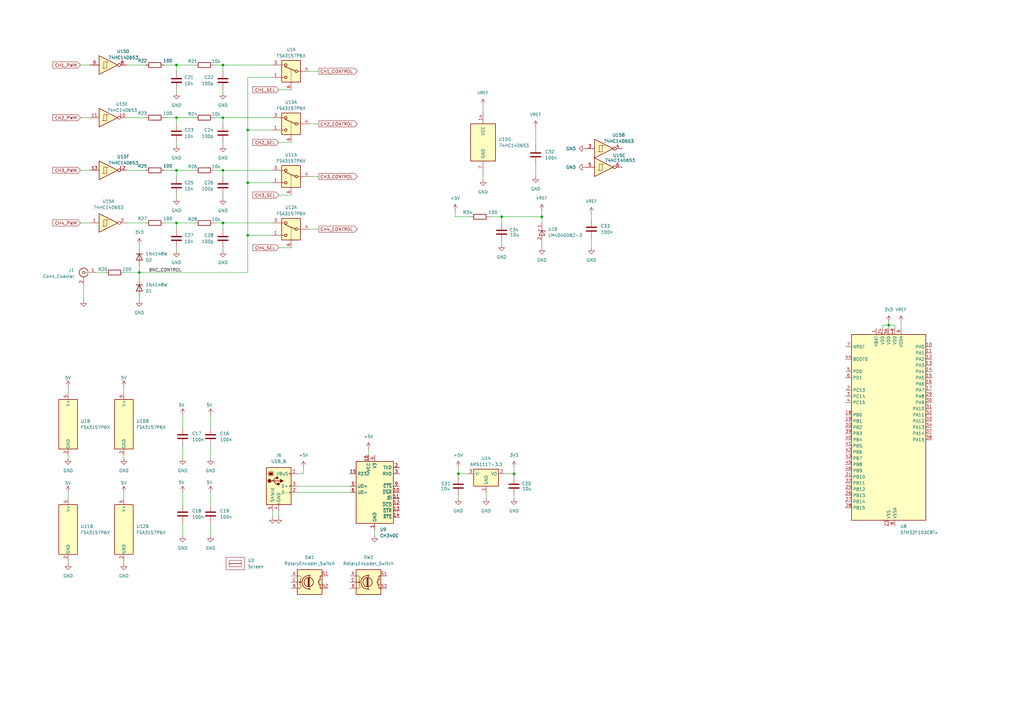
<source format=kicad_sch>
(kicad_sch (version 20250114) (generator "eeschema") (generator_version "9.0")
  (paper "A3")
  (lib_symbols
    (symbol "74xx:74HC14" (pin_names (offset 1.016))
      (property "Reference" "U" (at 0 1.27 0))
      (property "Value" "74HC14" (at 0 -1.27 0))
      (symbol "74HC14_1_0"
        (pin input line (at -7.62 0 0) (length 3.81) (name "~") (number "1"))
        (pin output inverted (at 7.62 0 180) (length 3.81) (name "~") (number "2"))
      )
      (symbol "74HC14_2_0"
        (pin input line (at -7.62 0 0) (length 3.81) (name "~") (number "3"))
        (pin output inverted (at 7.62 0 180) (length 3.81) (name "~") (number "4"))
      )
      (symbol "74HC14_3_0"
        (pin input line (at -7.62 0 0) (length 3.81) (name "~") (number "5"))
        (pin output inverted (at 7.62 0 180) (length 3.81) (name "~") (number "6"))
      )
      (symbol "74HC14_4_0"
        (pin input line (at -7.62 0 0) (length 3.81) (name "~") (number "9"))
        (pin output inverted (at 7.62 0 180) (length 3.81) (name "~") (number "8"))
      )
      (symbol "74HC14_5_0"
        (pin input line (at -7.62 0 0) (length 3.81) (name "~") (number "11"))
        (pin output inverted (at 7.62 0 180) (length 3.81) (name "~") (number "10"))
      )
      (symbol "74HC14_6_0"
        (pin input line (at -7.62 0 0) (length 3.81) (name "~") (number "13"))
        (pin output inverted (at 7.62 0 180) (length 3.81) (name "~") (number "12"))
      )
      (symbol "74HC14_7_0"
        (pin power_in line (at 0 12.7 270) (length 5.08) (name "VCC") (number "14"))
        (pin power_in line (at 0 -12.7 90) (length 5.08) (name "GND") (number "7"))
      )
    )
    (symbol "Analog_Switch:FSA3157P6X" (pin_names (offset 0.127))
      (property "Reference" "U" (at -3.175 7.493 0))
      (property "Value" "FSA3157P6X" (at -3.175 5.715 0))
      (symbol "FSA3157P6X_1_1"
        (pin passive line (at -7.62 0 0) (length 2.54) (name "~") (number "4"))
        (pin input line (at 0 -7.62 90) (length 2.54) (name "~") (number "6"))
        (pin passive line (at 7.62 2.54 180) (length 2.54) (name "~") (number "3"))
        (pin passive line (at 7.62 -2.54 180) (length 2.54) (name "~") (number "1"))
      )
      (symbol "FSA3157P6X_2_0"
        (pin power_in line (at 0 12.7 270) (length 2.54) (name "V+") (number "5"))
        (pin power_in line (at 0 -12.7 90) (length 2.54) (name "GND") (number "2"))
      )
    )
    (symbol "Connector:Conn_Coaxial" (pin_names (offset 1.016) (hide yes))
      (property "Reference" "J" (at 0.254 3.048 0))
      (property "Value" "Conn_Coaxial" (at 2.921 0 90))
      (symbol "Conn_Coaxial_1_1"
        (pin passive line (at -5.08 0 0) (length 2.54) (name "In") (number "1"))
        (pin passive line (at 0 -5.08 90) (length 2.54) (name "Ext") (number "2"))
      )
    )
    (symbol "Connector:USB_B" (pin_names (offset 1.016))
      (property "Reference" "J" (at -5.08 11.43 0))
      (property "Value" "USB_B" (at -5.08 8.89 0))
      (symbol "USB_B_1_1"
        (pin passive line (at -2.54 -10.16 90) (length 2.54) (name "Shield") (number "5"))
        (pin power_out line (at 0 -10.16 90) (length 2.54) (name "GND") (number "4"))
        (pin power_out line (at 7.62 5.08 180) (length 2.54) (name "VBUS") (number "1"))
        (pin bidirectional line (at 7.62 0 180) (length 2.54) (name "D+") (number "3"))
        (pin bidirectional line (at 7.62 -2.54 180) (length 2.54) (name "D-") (number "2"))
      )
    )
    (symbol "DC_load:2x16_screen"
      (property "Reference" "U" (at 0 0 0))
    )
    (symbol "Device:C" (pin_numbers (hide yes)) (pin_names (offset 0.254))
      (property "Reference" "C" (at 0.635 2.54 0))
      (property "Value" "C" (at 0.635 -2.54 0))
      (symbol "C_1_1"
        (pin passive line (at 0 3.81 270) (length 2.794) (name "~") (number "1"))
        (pin passive line (at 0 -3.81 90) (length 2.794) (name "~") (number "2"))
      )
    )
    (symbol "Device:R" (pin_numbers (hide yes)) (pin_names (offset 0))
      (property "Reference" "R" (at 2.032 0 90))
      (property "Value" "R" (at 0 0 90))
      (symbol "R_1_1"
        (pin passive line (at 0 3.81 270) (length 1.27) (name "~") (number "1"))
        (pin passive line (at 0 -3.81 90) (length 1.27) (name "~") (number "2"))
      )
    )
    (symbol "Device:RotaryEncoder_Switch" (pin_names (offset 0.254) (hide yes))
      (property "Reference" "SW" (at 0 6.604 0))
      (property "Value" "RotaryEncoder_Switch" (at 0 -6.604 0))
      (symbol "RotaryEncoder_Switch_1_1"
        (pin passive line (at -7.62 2.54 0) (length 2.54) (name "A") (number "A"))
        (pin passive line (at -7.62 0 0) (length 2.54) (name "C") (number "C"))
        (pin passive line (at -7.62 -2.54 0) (length 2.54) (name "B") (number "B"))
        (pin passive line (at 7.62 2.54 180) (length 2.54) (name "S1") (number "S1"))
        (pin passive line (at 7.62 -2.54 180) (length 2.54) (name "S2") (number "S2"))
      )
    )
    (symbol "Diode:1N4148W" (pin_numbers (hide yes)) (pin_names (hide yes))
      (property "Reference" "D" (at 0 2.54 0))
      (property "Value" "1N4148W" (at 0 -2.54 0))
      (symbol "1N4148W_1_1"
        (pin passive line (at -3.81 0 0) (length 2.54) (name "K") (number "1"))
        (pin passive line (at 3.81 0 180) (length 2.54) (name "A") (number "2"))
      )
    )
    (symbol "Interface_USB:CH340C"
      (property "Reference" "U" (at -5.08 13.97 0))
      (property "Value" "CH340C" (at 1.27 13.97 0))
      (symbol "CH340C_1_1"
        (pin input line (at -10.16 7.62 0) (length 2.54) (name "R232") (number "15"))
        (pin bidirectional line (at -10.16 2.54 0) (length 2.54) (name "UD+") (number "5"))
        (pin bidirectional line (at -10.16 0 0) (length 2.54) (name "UD-") (number "6"))
        (pin no_connect line (at -7.62 -5.08 0) (length 2.54) (hide yes) (name "NC") (number "7"))
        (pin no_connect line (at -7.62 -7.62 0) (length 2.54) (hide yes) (name "NC") (number "8"))
        (pin power_in line (at -2.54 15.24 270) (length 2.54) (name "VCC") (number "16"))
        (pin power_out line (at 0 15.24 270) (length 2.54) (name "V3") (number "4"))
        (pin power_in line (at 0 -15.24 90) (length 2.54) (name "GND") (number "1"))
        (pin output line (at 10.16 10.16 180) (length 2.54) (name "TXD") (number "2"))
        (pin input line (at 10.16 7.62 180) (length 2.54) (name "RXD") (number "3"))
        (pin input line (at 10.16 2.54 180) (length 2.54) (name "~{CTS}") (number "9"))
        (pin input line (at 10.16 0 180) (length 2.54) (name "~{DSR}") (number "10"))
        (pin input line (at 10.16 -2.54 180) (length 2.54) (name "~{RI}") (number "11"))
        (pin input line (at 10.16 -5.08 180) (length 2.54) (name "~{DCD}") (number "12"))
        (pin output line (at 10.16 -7.62 180) (length 2.54) (name "~{DTR}") (number "13"))
        (pin output line (at 10.16 -10.16 180) (length 2.54) (name "~{RTS}") (number "14"))
      )
    )
    (symbol "MCU_ST_STM32F1:STM32F103C8Tx"
      (property "Reference" "U" (at -15.24 39.37 0))
      (property "Value" "STM32F103C8Tx" (at 7.62 39.37 0))
      (symbol "STM32F103C8Tx_1_1"
        (pin input line (at -17.78 33.02 0) (length 2.54) (name "NRST") (number "7"))
        (pin input line (at -17.78 27.94 0) (length 2.54) (name "BOOT0") (number "44"))
        (pin bidirectional line (at -17.78 22.86 0) (length 2.54) (name "PD0") (number "5"))
        (pin bidirectional line (at -17.78 20.32 0) (length 2.54) (name "PD1") (number "6"))
        (pin bidirectional line (at -17.78 15.24 0) (length 2.54) (name "PC13") (number "2"))
        (pin bidirectional line (at -17.78 12.7 0) (length 2.54) (name "PC14") (number "3"))
        (pin bidirectional line (at -17.78 10.16 0) (length 2.54) (name "PC15") (number "4"))
        (pin bidirectional line (at -17.78 5.08 0) (length 2.54) (name "PB0") (number "18"))
        (pin bidirectional line (at -17.78 2.54 0) (length 2.54) (name "PB1") (number "19"))
        (pin bidirectional line (at -17.78 0 0) (length 2.54) (name "PB2") (number "20"))
        (pin bidirectional line (at -17.78 -2.54 0) (length 2.54) (name "PB3") (number "39"))
        (pin bidirectional line (at -17.78 -5.08 0) (length 2.54) (name "PB4") (number "40"))
        (pin bidirectional line (at -17.78 -7.62 0) (length 2.54) (name "PB5") (number "41"))
        (pin bidirectional line (at -17.78 -10.16 0) (length 2.54) (name "PB6") (number "42"))
        (pin bidirectional line (at -17.78 -12.7 0) (length 2.54) (name "PB7") (number "43"))
        (pin bidirectional line (at -17.78 -15.24 0) (length 2.54) (name "PB8") (number "45"))
        (pin bidirectional line (at -17.78 -17.78 0) (length 2.54) (name "PB9") (number "46"))
        (pin bidirectional line (at -17.78 -20.32 0) (length 2.54) (name "PB10") (number "21"))
        (pin bidirectional line (at -17.78 -22.86 0) (length 2.54) (name "PB11") (number "22"))
        (pin bidirectional line (at -17.78 -25.4 0) (length 2.54) (name "PB12") (number "25"))
        (pin bidirectional line (at -17.78 -27.94 0) (length 2.54) (name "PB13") (number "26"))
        (pin bidirectional line (at -17.78 -30.48 0) (length 2.54) (name "PB14") (number "27"))
        (pin bidirectional line (at -17.78 -33.02 0) (length 2.54) (name "PB15") (number "28"))
        (pin power_in line (at -5.08 40.64 270) (length 2.54) (name "VBAT") (number "1"))
        (pin power_in line (at -2.54 40.64 270) (length 2.54) (name "VDD") (number "24"))
        (pin power_in line (at 0 40.64 270) (length 2.54) (name "VDD") (number "36"))
        (pin power_in line (at 0 -40.64 90) (length 2.54) (name "VSS") (number "23"))
        (pin passive line (at 0 -40.64 90) (length 2.54) (hide yes) (name "VSS") (number "35"))
        (pin passive line (at 0 -40.64 90) (length 2.54) (hide yes) (name "VSS") (number "47"))
        (pin power_in line (at 2.54 40.64 270) (length 2.54) (name "VDD") (number "48"))
        (pin power_in line (at 2.54 -40.64 90) (length 2.54) (name "VSSA") (number "8"))
        (pin power_in line (at 5.08 40.64 270) (length 2.54) (name "VDDA") (number "9"))
        (pin bidirectional line (at 17.78 33.02 180) (length 2.54) (name "PA0") (number "10"))
        (pin bidirectional line (at 17.78 30.48 180) (length 2.54) (name "PA1") (number "11"))
        (pin bidirectional line (at 17.78 27.94 180) (length 2.54) (name "PA2") (number "12"))
        (pin bidirectional line (at 17.78 25.4 180) (length 2.54) (name "PA3") (number "13"))
        (pin bidirectional line (at 17.78 22.86 180) (length 2.54) (name "PA4") (number "14"))
        (pin bidirectional line (at 17.78 20.32 180) (length 2.54) (name "PA5") (number "15"))
        (pin bidirectional line (at 17.78 17.78 180) (length 2.54) (name "PA6") (number "16"))
        (pin bidirectional line (at 17.78 15.24 180) (length 2.54) (name "PA7") (number "17"))
        (pin bidirectional line (at 17.78 12.7 180) (length 2.54) (name "PA8") (number "29"))
        (pin bidirectional line (at 17.78 10.16 180) (length 2.54) (name "PA9") (number "30"))
        (pin bidirectional line (at 17.78 7.62 180) (length 2.54) (name "PA10") (number "31"))
        (pin bidirectional line (at 17.78 5.08 180) (length 2.54) (name "PA11") (number "32"))
        (pin bidirectional line (at 17.78 2.54 180) (length 2.54) (name "PA12") (number "33"))
        (pin bidirectional line (at 17.78 0 180) (length 2.54) (name "PA13") (number "34"))
        (pin bidirectional line (at 17.78 -2.54 180) (length 2.54) (name "PA14") (number "37"))
        (pin bidirectional line (at 17.78 -5.08 180) (length 2.54) (name "PA15") (number "38"))
      )
    )
    (symbol "Reference_Voltage:LM4040DBZ-3" (pin_names (offset 0.0254) (hide yes))
      (property "Reference" "U" (at 0 2.54 0))
      (property "Value" "LM4040DBZ-3" (at 0 -3.175 0))
      (symbol "LM4040DBZ-3_1_1"
        (pin passive line (at -3.81 0 0) (length 2.54) (name "A") (number "2"))
        (pin no_connect line (at -1.27 0 0) (length 2.54) (hide yes) (name "NC") (number "3"))
        (pin passive line (at 3.81 0 180) (length 2.54) (name "K") (number "1"))
      )
    )
    (symbol "Regulator_Linear:AMS1117-3.3"
      (property "Reference" "U" (at -3.81 3.175 0))
      (property "Value" "AMS1117-3.3" (at 0 3.175 0))
      (symbol "AMS1117-3.3_1_1"
        (pin power_in line (at -7.62 0 0) (length 2.54) (name "VI") (number "3"))
        (pin power_in line (at 0 -7.62 90) (length 2.54) (name "GND") (number "1"))
        (pin power_out line (at 7.62 0 180) (length 2.54) (name "VO") (number "2"))
      )
    )
    (symbol "power:+5V" (power) (pin_numbers (hide yes)) (pin_names (offset 0) (hide yes))
      (property "Value" "+5V" (at 0 3.556 0))
      (symbol "+5V_1_1"
        (pin power_in line (at 0 0 90) (length 0) (name "~") (number "1"))
      )
    )
    (symbol "power:GND" (power) (pin_numbers (hide yes)) (pin_names (offset 0) (hide yes))
      (property "Value" "GND" (at 0 -3.81 0))
      (symbol "GND_1_1"
        (pin power_in line (at 0 0 270) (length 0) (name "~") (number "1"))
      )
    )
    (symbol "power:VCC" (power) (pin_numbers (hide yes)) (pin_names (offset 0) (hide yes))
      (property "Value" "VCC" (at 0 3.556 0))
      (symbol "VCC_1_1"
        (pin power_in line (at 0 0 90) (length 0) (name "~") (number "1"))
      )
    )
  )
  (junction (at 205.74 88.9))
  (junction (at 91.44 48.26))
  (junction (at 101.6 96.52))
  (junction (at 91.44 91.44))
  (junction (at 101.6 74.93))
  (junction (at 364.49 133.35))
  (junction (at 91.44 69.85))
  (junction (at 72.39 26.67))
  (junction (at 222.25 88.9))
  (junction (at 57.15 111.76))
  (junction (at 91.44 26.67))
  (junction (at 72.39 91.44))
  (junction (at 72.39 69.85))
  (junction (at 101.6 53.34))
  (junction (at 72.39 48.26))
  (junction (at 210.82 194.31))
  (junction (at 187.96 194.31))
  (wire (pts (xy 200.66 88.9) (xy 205.74 88.9)))
  (wire (pts (xy 121.92 199.39) (xy 143.51 199.39)))
  (wire (pts (xy 86.36 182.88) (xy 86.36 187.96)))
  (wire (pts (xy 72.39 80.01) (xy 72.39 81.28)))
  (wire (pts (xy 101.6 74.93) (xy 101.6 96.52)))
  (wire (pts (xy 57.15 114.3) (xy 57.15 111.76)))
  (wire (pts (xy 187.96 194.31) (xy 187.96 195.58)))
  (wire (pts (xy 87.63 26.67) (xy 91.44 26.67)))
  (wire (pts (xy 57.15 111.76) (xy 101.6 111.76)))
  (wire (pts (xy 130.81 29.21) (xy 127 29.21)))
  (wire (pts (xy 57.15 123.19) (xy 57.15 121.92)))
  (wire (pts (xy 91.44 26.67) (xy 91.44 29.21)))
  (wire (pts (xy 91.44 69.85) (xy 111.76 69.85)))
  (wire (pts (xy 74.93 170.18) (xy 74.93 175.26)))
  (wire (pts (xy 101.6 111.76) (xy 101.6 96.52)))
  (wire (pts (xy 50.8 187.96) (xy 50.8 186.69)))
  (wire (pts (xy 101.6 31.75) (xy 101.6 53.34)))
  (wire (pts (xy 114.3 212.09) (xy 114.3 209.55)))
  (wire (pts (xy 57.15 111.76) (xy 57.15 109.22)))
  (wire (pts (xy 91.44 91.44) (xy 111.76 91.44)))
  (wire (pts (xy 187.96 191.77) (xy 187.96 194.31)))
  (wire (pts (xy 87.63 91.44) (xy 91.44 91.44)))
  (wire (pts (xy 72.39 91.44) (xy 67.31 91.44)))
  (wire (pts (xy 210.82 195.58) (xy 210.82 194.31)))
  (wire (pts (xy 72.39 69.85) (xy 72.39 72.39)))
  (wire (pts (xy 153.67 219.71) (xy 153.67 217.17)))
  (wire (pts (xy 87.63 48.26) (xy 91.44 48.26)))
  (wire (pts (xy 50.8 111.76) (xy 57.15 111.76)))
  (wire (pts (xy 72.39 48.26) (xy 72.39 50.8)))
  (wire (pts (xy 101.6 31.75) (xy 111.76 31.75)))
  (wire (pts (xy 364.49 132.08) (xy 364.49 133.35)))
  (wire (pts (xy 27.94 201.93) (xy 27.94 204.47)))
  (wire (pts (xy 119.38 101.6) (xy 114.3 101.6)))
  (wire (pts (xy 91.44 48.26) (xy 111.76 48.26)))
  (wire (pts (xy 242.57 87.63) (xy 242.57 90.17)))
  (wire (pts (xy 72.39 26.67) (xy 72.39 29.21)))
  (wire (pts (xy 186.69 86.36) (xy 186.69 88.9)))
  (wire (pts (xy 72.39 91.44) (xy 72.39 93.98)))
  (wire (pts (xy 57.15 100.33) (xy 57.15 101.6)))
  (wire (pts (xy 52.07 26.67) (xy 59.69 26.67)))
  (wire (pts (xy 205.74 88.9) (xy 205.74 91.44)))
  (wire (pts (xy 52.07 48.26) (xy 59.69 48.26)))
  (wire (pts (xy 210.82 203.2) (xy 210.82 204.47)))
  (wire (pts (xy 43.18 111.76) (xy 39.37 111.76)))
  (wire (pts (xy 151.13 184.15) (xy 151.13 186.69)))
  (wire (pts (xy 33.02 48.26) (xy 36.83 48.26)))
  (wire (pts (xy 187.96 194.31) (xy 191.77 194.31)))
  (wire (pts (xy 72.39 101.6) (xy 72.39 102.87)))
  (wire (pts (xy 27.94 187.96) (xy 27.94 186.69)))
  (wire (pts (xy 364.49 133.35) (xy 364.49 134.62)))
  (wire (pts (xy 91.44 58.42) (xy 91.44 59.69)))
  (wire (pts (xy 222.25 88.9) (xy 222.25 91.44)))
  (wire (pts (xy 72.39 69.85) (xy 67.31 69.85)))
  (wire (pts (xy 33.02 69.85) (xy 36.83 69.85)))
  (wire (pts (xy 121.92 201.93) (xy 143.51 201.93)))
  (wire (pts (xy 361.95 133.35) (xy 364.49 133.35)))
  (wire (pts (xy 34.29 123.19) (xy 34.29 116.84)))
  (wire (pts (xy 124.46 194.31) (xy 121.92 194.31)))
  (wire (pts (xy 369.57 132.08) (xy 369.57 134.62)))
  (wire (pts (xy 72.39 91.44) (xy 80.01 91.44)))
  (wire (pts (xy 101.6 74.93) (xy 101.6 53.34)))
  (wire (pts (xy 74.93 214.63) (xy 74.93 219.71)))
  (wire (pts (xy 91.44 26.67) (xy 111.76 26.67)))
  (wire (pts (xy 186.69 88.9) (xy 193.04 88.9)))
  (wire (pts (xy 210.82 191.77) (xy 210.82 194.31)))
  (wire (pts (xy 27.94 231.14) (xy 27.94 229.87)))
  (wire (pts (xy 72.39 36.83) (xy 72.39 38.1)))
  (wire (pts (xy 207.01 194.31) (xy 210.82 194.31)))
  (wire (pts (xy 86.36 214.63) (xy 86.36 219.71)))
  (wire (pts (xy 242.57 97.79) (xy 242.57 101.6)))
  (wire (pts (xy 187.96 203.2) (xy 187.96 204.47)))
  (wire (pts (xy 101.6 74.93) (xy 111.76 74.93)))
  (wire (pts (xy 50.8 158.75) (xy 50.8 161.29)))
  (wire (pts (xy 101.6 96.52) (xy 111.76 96.52)))
  (wire (pts (xy 219.71 52.07) (xy 219.71 59.69)))
  (wire (pts (xy 72.39 48.26) (xy 67.31 48.26)))
  (wire (pts (xy 111.76 212.09) (xy 111.76 209.55)))
  (wire (pts (xy 119.38 36.83) (xy 114.3 36.83)))
  (wire (pts (xy 72.39 58.42) (xy 72.39 59.69)))
  (wire (pts (xy 222.25 86.36) (xy 222.25 88.9)))
  (wire (pts (xy 219.71 67.31) (xy 219.71 72.39)))
  (wire (pts (xy 33.02 26.67) (xy 36.83 26.67)))
  (wire (pts (xy 91.44 69.85) (xy 91.44 72.39)))
  (wire (pts (xy 91.44 48.26) (xy 91.44 50.8)))
  (wire (pts (xy 124.46 191.77) (xy 124.46 194.31)))
  (wire (pts (xy 222.25 99.06) (xy 222.25 101.6)))
  (wire (pts (xy 52.07 91.44) (xy 59.69 91.44)))
  (wire (pts (xy 91.44 101.6) (xy 91.44 102.87)))
  (wire (pts (xy 130.81 72.39) (xy 127 72.39)))
  (wire (pts (xy 198.12 71.12) (xy 198.12 73.66)))
  (wire (pts (xy 130.81 50.8) (xy 127 50.8)))
  (wire (pts (xy 119.38 58.42) (xy 114.3 58.42)))
  (wire (pts (xy 205.74 88.9) (xy 222.25 88.9)))
  (wire (pts (xy 72.39 48.26) (xy 80.01 48.26)))
  (wire (pts (xy 198.12 43.18) (xy 198.12 45.72)))
  (wire (pts (xy 72.39 69.85) (xy 80.01 69.85)))
  (wire (pts (xy 130.81 93.98) (xy 127 93.98)))
  (wire (pts (xy 72.39 26.67) (xy 67.31 26.67)))
  (wire (pts (xy 101.6 53.34) (xy 111.76 53.34)))
  (wire (pts (xy 205.74 99.06) (xy 205.74 100.33)))
  (wire (pts (xy 72.39 26.67) (xy 80.01 26.67)))
  (wire (pts (xy 199.39 204.47) (xy 199.39 201.93)))
  (wire (pts (xy 74.93 201.93) (xy 74.93 207.01)))
  (wire (pts (xy 91.44 36.83) (xy 91.44 38.1)))
  (wire (pts (xy 87.63 69.85) (xy 91.44 69.85)))
  (wire (pts (xy 50.8 231.14) (xy 50.8 229.87)))
  (wire (pts (xy 74.93 182.88) (xy 74.93 187.96)))
  (wire (pts (xy 50.8 201.93) (xy 50.8 204.47)))
  (wire (pts (xy 367.03 133.35) (xy 364.49 133.35)))
  (wire (pts (xy 367.03 134.62) (xy 367.03 133.35)))
  (wire (pts (xy 91.44 80.01) (xy 91.44 81.28)))
  (wire (pts (xy 119.38 80.01) (xy 114.3 80.01)))
  (wire (pts (xy 361.95 134.62) (xy 361.95 133.35)))
  (wire (pts (xy 33.02 91.44) (xy 36.83 91.44)))
  (wire (pts (xy 52.07 69.85) (xy 59.69 69.85)))
  (wire (pts (xy 27.94 158.75) (xy 27.94 161.29)))
  (wire (pts (xy 86.36 201.93) (xy 86.36 207.01)))
  (wire (pts (xy 91.44 91.44) (xy 91.44 93.98)))
  (wire (pts (xy 86.36 170.18) (xy 86.36 175.26)))
  (label "BNC_CONTROL" (at 60.96 111.76 0))
  (global_label "CH4_SEL" (shape input) (at 114.3 101.6 180) (property "Intersheetrefs" "${INTERSHEET_REFS}" (effects (hide yes))))
  (global_label "CH3_SEL" (shape input) (at 114.3 80.01 180) (property "Intersheetrefs" "${INTERSHEET_REFS}" (effects (hide yes))))
  (global_label "CH3_CONTROL" (shape output) (at 130.81 72.39 0) (property "Intersheetrefs" "${INTERSHEET_REFS}" (effects (hide yes))))
  (global_label "CH4_PWM" (shape input) (at 33.02 91.44 180) (property "Intersheetrefs" "${INTERSHEET_REFS}" (effects (hide yes))))
  (global_label "CH1_CONTROL" (shape output) (at 130.81 29.21 0) (property "Intersheetrefs" "${INTERSHEET_REFS}" (effects (hide yes))))
  (global_label "CH2_CONTROL" (shape output) (at 130.81 50.8 0) (property "Intersheetrefs" "${INTERSHEET_REFS}" (effects (hide yes))))
  (global_label "CH4_CONTROL" (shape output) (at 130.81 93.98 0) (property "Intersheetrefs" "${INTERSHEET_REFS}" (effects (hide yes))))
  (global_label "CH2_PWM" (shape input) (at 33.02 48.26 180) (property "Intersheetrefs" "${INTERSHEET_REFS}" (effects (hide yes))))
  (global_label "CH1_PWM" (shape input) (at 33.02 26.67 180) (property "Intersheetrefs" "${INTERSHEET_REFS}" (effects (hide yes))))
  (global_label "CH2_SEL" (shape input) (at 114.3 58.42 180) (property "Intersheetrefs" "${INTERSHEET_REFS}" (effects (hide yes))))
  (global_label "CH1_SEL" (shape input) (at 114.3 36.83 180) (property "Intersheetrefs" "${INTERSHEET_REFS}" (effects (hide yes))))
  (global_label "CH3_PWM" (shape input) (at 33.02 69.85 180) (property "Intersheetrefs" "${INTERSHEET_REFS}" (effects (hide yes))))
  (symbol (lib_id "power:GND") (at 86.36 187.96 0) (mirror y) (unit 1)
    (property "Reference" "#PWR053" (effects (hide yes)))
    (property "Value" "GND" (at 86.36 193.04 0))
    (property "Description" "Power symbol creates a global label with name \"GND\" , ground" (effects (hide yes)))
  )
  (symbol (lib_id "Device:C") (at 72.39 33.02 180) (unit 1)
    (property "Reference" "C21" (at 75.565 31.75 0) (effects (justify right)))
    (property "Value" "10n" (at 75.565 34.29 0) (effects (justify right)))
    (property "Footprint" "Capacitor_SMD:C_0603_1608Metric_Pad1.08x0.95mm_HandSolder" (effects (hide yes)))
    (property "LCSC" "C57112" (effects (hide yes)))
  )
  (symbol (lib_id "Device:C") (at 74.93 210.82 180) (unit 1)
    (property "Reference" "C18" (at 78.74 209.5499 0) (effects (justify right)))
    (property "Value" "100n" (at 78.74 212.0899 0) (effects (justify right)))
    (property "Footprint" "Capacitor_SMD:C_0603_1608Metric_Pad1.08x0.95mm_HandSolder" (effects (hide yes)))
    (property "LCSC" "C14663" (effects (hide yes)))
  )
  (symbol (lib_id "power:VCC") (at 50.8 158.75 0) (mirror y) (unit 1)
    (property "Reference" "#PWR054" (effects (hide yes)))
    (property "Value" "5V" (at 49.53 154.94 0) (effects (justify right)))
    (property "Description" "Power symbol creates a global label with name \"VCC\"" (effects (hide yes)))
  )
  (symbol (lib_id "Device:R") (at 196.85 88.9 270) (mirror x) (unit 1)
    (property "Reference" "R34" (at 191.77 87.122 90))
    (property "Value" "100" (at 202.184 87.122 90))
    (property "Footprint" "Resistor_SMD:R_0603_1608Metric_Pad0.98x0.95mm_HandSolder" (effects (hide yes)))
    (property "LCSC" "C22775" (effects (hide yes)))
  )
  (symbol (lib_id "power:GND") (at 240.03 68.58 270) (unit 1)
    (property "Reference" "#PWR088" (effects (hide yes)))
    (property "Value" "GND" (at 236.22 68.5799 90) (effects (justify right)))
    (property "Description" "Power symbol creates a global label with name \"GND\" , ground" (effects (hide yes)))
  )
  (symbol (lib_id "Device:R") (at 63.5 91.44 270) (mirror x) (unit 1)
    (property "Reference" "R27" (at 58.42 89.662 90))
    (property "Value" "100" (at 68.834 89.662 90))
    (property "Footprint" "Resistor_SMD:R_0603_1608Metric_Pad0.98x0.95mm_HandSolder" (effects (hide yes)))
    (property "LCSC" "C22775" (effects (hide yes)))
  )
  (symbol (lib_id "Device:C") (at 219.71 63.5 180) (unit 1)
    (property "Reference" "C32" (at 223.52 62.2299 0) (effects (justify right)))
    (property "Value" "100n" (at 223.52 64.7699 0) (effects (justify right)))
    (property "Footprint" "Capacitor_SMD:C_0603_1608Metric_Pad1.08x0.95mm_HandSolder" (effects (hide yes)))
    (property "LCSC" "C14663" (effects (hide yes)))
  )
  (symbol (lib_id "Device:C") (at 187.96 199.39 0) (mirror y) (unit 1)
    (property "Reference" "C31" (at 182.88 198.374 0))
    (property "Value" "10u" (at 182.626 200.406 0))
    (property "Footprint" "Capacitor_SMD:C_0603_1608Metric_Pad1.08x0.95mm_HandSolder" (effects (hide yes)))
    (property "LCSC" "C96446" (effects (hide yes)))
  )
  (symbol (lib_id "Device:R") (at 63.5 69.85 270) (mirror x) (unit 1)
    (property "Reference" "R25" (at 58.42 68.072 90))
    (property "Value" "100" (at 68.834 68.072 90))
    (property "Footprint" "Resistor_SMD:R_0603_1608Metric_Pad0.98x0.95mm_HandSolder" (effects (hide yes)))
    (property "LCSC" "C22775" (effects (hide yes)))
  )
  (symbol (lib_id "power:GND") (at 50.8 231.14 0) (unit 1)
    (property "Reference" "#PWR063" (effects (hide yes)))
    (property "Value" "GND" (at 50.8 236.22 0))
    (property "Description" "Power symbol creates a global label with name \"GND\" , ground" (effects (hide yes)))
  )
  (symbol (lib_id "74xx:74HC14") (at 198.12 58.42 0) (unit 7)
    (property "Reference" "U15" (at 204.47 57.1499 0) (effects (justify left)))
    (property "Value" "74HC14D653" (at 204.47 59.6899 0) (effects (justify left)))
    (property "Footprint" "Package_SO:SOIC-14_3.9x8.7mm_P1.27mm" (effects (hide yes)))
    (property "Datasheet" "https://jlcpcb.com/api/file/downloadByFileSystemAccessId/8579708675566587904" (effects (hide yes)))
    (property "Description" "Hex inverter schmitt trigger" (effects (hide yes)))
    (property "LCSC" "C5605" (effects (hide yes)))
  )
  (symbol (lib_id "Device:R") (at 83.82 26.67 270) (unit 1)
    (property "Reference" "R21" (at 78.994 25.146 90))
    (property "Value" "10k" (at 88.646 25.146 90))
    (property "Footprint" "Resistor_SMD:R_0603_1608Metric_Pad0.98x0.95mm_HandSolder" (effects (hide yes)))
    (property "LCSC" "C25804" (effects (hide yes)))
  )
  (symbol (lib_id "power:VCC") (at 57.15 100.33 0) (unit 1)
    (property "Reference" "#PWR052" (effects (hide yes)))
    (property "Value" "3V3" (at 57.15 95.25 0))
    (property "Description" "Power symbol creates a global label with name \"VCC\"" (effects (hide yes)))
  )
  (symbol (lib_id "74xx:74HC14") (at 247.65 60.96 0) (unit 2)
    (property "Reference" "U15" (at 253.746 55.372 0))
    (property "Value" "74HC14D653" (at 253.746 57.912 0))
    (property "Footprint" "Package_SO:SOIC-14_3.9x8.7mm_P1.27mm" (effects (hide yes)))
    (property "Datasheet" "https://jlcpcb.com/api/file/downloadByFileSystemAccessId/8579708675566587904" (effects (hide yes)))
    (property "Description" "Hex inverter schmitt trigger" (effects (hide yes)))
    (property "LCSC" "C5605" (effects (hide yes)))
  )
  (symbol (lib_id "power:+5V") (at 187.96 191.77 0) (unit 1)
    (property "Reference" "#PWR078" (effects (hide yes)))
    (property "Value" "+5V" (at 187.96 186.69 0))
    (property "Description" "Power symbol creates a global label with name \"+5V\"" (effects (hide yes)))
  )
  (symbol (lib_id "power:+5V") (at 124.46 191.77 0) (unit 1)
    (property "Reference" "#PWR026" (effects (hide yes)))
    (property "Value" "+5V" (at 124.46 186.69 0))
    (property "Description" "Power symbol creates a global label with name \"+5V\"" (effects (hide yes)))
  )
  (symbol (lib_id "power:GND") (at 86.36 219.71 0) (mirror y) (unit 1)
    (property "Reference" "#PWR065" (effects (hide yes)))
    (property "Value" "GND" (at 86.36 224.79 0))
    (property "Description" "Power symbol creates a global label with name \"GND\" , ground" (effects (hide yes)))
  )
  (symbol (lib_id "power:GND") (at 205.74 100.33 0) (unit 1)
    (property "Reference" "#PWR095" (effects (hide yes)))
    (property "Value" "GND" (at 205.74 105.41 0))
    (property "Description" "Power symbol creates a global label with name \"GND\" , ground" (effects (hide yes)))
  )
  (symbol (lib_id "power:VCC") (at 364.49 132.08 0) (mirror y) (unit 1)
    (property "Reference" "#PWR097" (effects (hide yes)))
    (property "Value" "3V3" (at 364.49 127 0))
    (property "Description" "Power symbol creates a global label with name \"VCC\"" (effects (hide yes)))
  )
  (symbol (lib_id "74xx:74HC14") (at 44.45 91.44 0) (unit 1)
    (property "Reference" "U15" (at 44.45 82.55 0))
    (property "Value" "74HC14D653" (at 44.45 85.09 0))
    (property "Footprint" "Package_SO:SOIC-14_3.9x8.7mm_P1.27mm" (effects (hide yes)))
    (property "Datasheet" "https://jlcpcb.com/api/file/downloadByFileSystemAccessId/8579708675566587904" (effects (hide yes)))
    (property "Description" "Hex inverter schmitt trigger" (effects (hide yes)))
    (property "LCSC" "C5605" (effects (hide yes)))
  )
  (symbol (lib_id "power:GND") (at 114.3 212.09 0) (unit 1)
    (property "Reference" "#PWR024" (effects (hide yes)))
    (property "Value" "GND" (effects (hide yes)))
    (property "Description" "Power symbol creates a global label with name \"GND\" , ground" (effects (hide yes)))
  )
  (symbol (lib_id "Device:C") (at 91.44 54.61 0) (mirror x) (unit 1)
    (property "Reference" "C24" (at 87.63 53.3399 0) (effects (justify right)))
    (property "Value" "100p" (at 87.63 55.8799 0) (effects (justify right)))
    (property "Footprint" "Capacitor_SMD:C_0603_1608Metric_Pad1.08x0.95mm_HandSolder" (effects (hide yes)))
    (property "LCSC" "C14858" (effects (hide yes)))
  )
  (symbol (lib_id "Device:C") (at 72.39 54.61 180) (unit 1)
    (property "Reference" "C23" (at 75.565 53.34 0) (effects (justify right)))
    (property "Value" "10n" (at 75.565 55.88 0) (effects (justify right)))
    (property "Footprint" "Capacitor_SMD:C_0603_1608Metric_Pad1.08x0.95mm_HandSolder" (effects (hide yes)))
    (property "LCSC" "C57112" (effects (hide yes)))
  )
  (symbol (lib_id "Reference_Voltage:LM4040DBZ-3") (at 222.25 95.25 90) (unit 1)
    (property "Reference" "U16" (at 224.79 93.9799 90) (effects (justify right)))
    (property "Value" "LM4040DBZ-3" (at 224.79 96.5199 90) (effects (justify right)))
    (property "Footprint" "Package_TO_SOT_SMD:SOT-23" (effects (hide yes)))
    (property "Datasheet" "http://www.ti.com/lit/ds/symlink/lm4040-n.pdf" (effects (hide yes)))
    (property "Description" "3.000V Precision Micropower Shunt Voltage Reference, SOT-23" (effects (hide yes)))
  )
  (symbol (lib_id "power:GND") (at 72.39 38.1 0) (mirror y) (unit 1)
    (property "Reference" "#PWR067" (effects (hide yes)))
    (property "Value" "GND" (at 72.39 43.18 0))
    (property "Description" "Power symbol creates a global label with name \"GND\" , ground" (effects (hide yes)))
  )
  (symbol (lib_id "Analog_Switch:FSA3157P6X") (at 119.38 93.98 0) (mirror y) (unit 1)
    (property "Reference" "U12" (at 119.38 85.09 0))
    (property "Value" "FSA3157P6X" (at 119.38 87.63 0))
    (property "Footprint" "Package_TO_SOT_SMD:SOT-363_SC-70-6_Handsoldering" (effects (hide yes)))
    (property "Datasheet" "https://www.onsemi.com/pub/Collateral/NC7SB3157-D.PDF" (effects (hide yes)))
    (property "Description" "Single SPDT Low-Voltage Analog Switch or 2:1 Multiplexer/De-Multiplexer Bus Switch, 10Ohm Ron, SC-70-6" (effects (hide yes)))
  )
  (symbol (lib_id "Device:R") (at 46.99 111.76 270) (mirror x) (unit 1)
    (property "Reference" "R20" (at 42.164 110.49 90))
    (property "Value" "100" (at 52.07 110.49 90))
    (property "Footprint" "Resistor_SMD:R_0603_1608Metric_Pad0.98x0.95mm_HandSolder" (effects (hide yes)))
    (property "LCSC" "C22775" (effects (hide yes)))
  )
  (symbol (lib_id "power:VCC") (at 198.12 43.18 0) (mirror y) (unit 1)
    (property "Reference" "#PWR086" (effects (hide yes)))
    (property "Value" "VREF" (at 198.12 38.1 0))
    (property "Description" "Power symbol creates a global label with name \"VCC\"" (effects (hide yes)))
  )
  (symbol (lib_id "power:VCC") (at 219.71 52.07 0) (mirror y) (unit 1)
    (property "Reference" "#PWR087" (effects (hide yes)))
    (property "Value" "VREF" (at 219.71 46.99 0))
    (property "Description" "Power symbol creates a global label with name \"VCC\"" (effects (hide yes)))
  )
  (symbol (lib_id "DC_load:2x16_screen") (at 96.52 227.33 0) (unit 1)
    (property "Reference" "U2" (at 101.6 229.8699 0) (effects (justify left)))
    (property "Value" "Screen" (at 101.6 232.4099 0) (effects (justify left)))
    (property "Footprint" "PID_lib:WC1602A - below" (effects (hide yes)))
  )
  (symbol (lib_id "74xx:74HC14") (at 247.65 68.58 0) (unit 3)
    (property "Reference" "U15" (at 254 63.754 0))
    (property "Value" "74HC14D653" (at 254.254 65.786 0))
    (property "Footprint" "Package_SO:SOIC-14_3.9x8.7mm_P1.27mm" (effects (hide yes)))
    (property "Datasheet" "https://jlcpcb.com/api/file/downloadByFileSystemAccessId/8579708675566587904" (effects (hide yes)))
    (property "Description" "Hex inverter schmitt trigger" (effects (hide yes)))
    (property "LCSC" "C5605" (effects (hide yes)))
  )
  (symbol (lib_id "power:GND") (at 219.71 72.39 0) (mirror y) (unit 1)
    (property "Reference" "#PWR084" (effects (hide yes)))
    (property "Value" "GND" (at 219.71 77.47 0))
    (property "Description" "Power symbol creates a global label with name \"GND\" , ground" (effects (hide yes)))
  )
  (symbol (lib_id "power:VCC") (at 210.82 191.77 0) (mirror y) (unit 1)
    (property "Reference" "#PWR079" (effects (hide yes)))
    (property "Value" "3V3" (at 210.82 186.69 0))
    (property "Description" "Power symbol creates a global label with name \"VCC\"" (effects (hide yes)))
  )
  (symbol (lib_id "power:VCC") (at 74.93 170.18 0) (unit 1)
    (property "Reference" "#PWR056" (effects (hide yes)))
    (property "Value" "5V" (at 75.692 166.116 0) (effects (justify right)))
    (property "Description" "Power symbol creates a global label with name \"VCC\"" (effects (hide yes)))
  )
  (symbol (lib_id "Device:R") (at 83.82 48.26 270) (unit 1)
    (property "Reference" "R24" (at 78.994 46.736 90))
    (property "Value" "10k" (at 88.646 46.736 90))
    (property "Footprint" "Resistor_SMD:R_0603_1608Metric_Pad0.98x0.95mm_HandSolder" (effects (hide yes)))
    (property "LCSC" "C25804" (effects (hide yes)))
  )
  (symbol (lib_id "Device:C") (at 210.82 199.39 0) (unit 1)
    (property "Reference" "C30" (at 215.9 198.374 0))
    (property "Value" "10u" (at 216.154 200.406 0))
    (property "Footprint" "Capacitor_SMD:C_0603_1608Metric_Pad1.08x0.95mm_HandSolder" (effects (hide yes)))
    (property "LCSC" "C96446" (effects (hide yes)))
  )
  (symbol (lib_id "power:GND") (at 153.67 219.71 0) (unit 1)
    (property "Reference" "#PWR023" (effects (hide yes)))
    (property "Value" "GND" (effects (hide yes)))
    (property "Description" "Power symbol creates a global label with name \"GND\" , ground" (effects (hide yes)))
  )
  (symbol (lib_id "power:GND") (at 74.93 219.71 0) (mirror y) (unit 1)
    (property "Reference" "#PWR061" (effects (hide yes)))
    (property "Value" "GND" (at 74.93 224.79 0))
    (property "Description" "Power symbol creates a global label with name \"GND\" , ground" (effects (hide yes)))
  )
  (symbol (lib_id "power:GND") (at 210.82 204.47 0) (unit 1)
    (property "Reference" "#PWR081" (effects (hide yes)))
    (property "Value" "GND" (at 210.82 209.55 0))
    (property "Description" "Power symbol creates a global label with name \"GND\" , ground" (effects (hide yes)))
  )
  (symbol (lib_id "power:GND") (at 187.96 204.47 0) (unit 1)
    (property "Reference" "#PWR082" (effects (hide yes)))
    (property "Value" "GND" (at 187.96 209.55 0))
    (property "Description" "Power symbol creates a global label with name \"GND\" , ground" (effects (hide yes)))
  )
  (symbol (lib_id "Device:C") (at 74.93 179.07 180) (unit 1)
    (property "Reference" "C17" (at 78.74 177.7999 0) (effects (justify right)))
    (property "Value" "100n" (at 78.74 180.3399 0) (effects (justify right)))
    (property "Footprint" "Capacitor_SMD:C_0603_1608Metric_Pad1.08x0.95mm_HandSolder" (effects (hide yes)))
    (property "LCSC" "C14663" (effects (hide yes)))
  )
  (symbol (lib_id "power:GND") (at 34.29 123.19 0) (mirror y) (unit 1)
    (property "Reference" "#PWR028" (effects (hide yes)))
    (property "Value" "GND" (effects (hide yes)))
    (property "Description" "Power symbol creates a global label with name \"GND\" , ground" (effects (hide yes)))
  )
  (symbol (lib_id "power:VCC") (at 74.93 201.93 0) (unit 1)
    (property "Reference" "#PWR060" (effects (hide yes)))
    (property "Value" "5V" (at 75.692 197.866 0) (effects (justify right)))
    (property "Description" "Power symbol creates a global label with name \"VCC\"" (effects (hide yes)))
  )
  (symbol (lib_id "Analog_Switch:FSA3157P6X") (at 119.38 72.39 0) (mirror y) (unit 1)
    (property "Reference" "U11" (at 119.38 63.5 0))
    (property "Value" "FSA3157P6X" (at 119.38 66.04 0))
    (property "Footprint" "Package_TO_SOT_SMD:SOT-363_SC-70-6_Handsoldering" (effects (hide yes)))
    (property "Datasheet" "https://www.onsemi.com/pub/Collateral/NC7SB3157-D.PDF" (effects (hide yes)))
    (property "Description" "Single SPDT Low-Voltage Analog Switch or 2:1 Multiplexer/De-Multiplexer Bus Switch, 10Ohm Ron, SC-70-6" (effects (hide yes)))
  )
  (symbol (lib_id "power:GND") (at 242.57 101.6 0) (mirror y) (unit 1)
    (property "Reference" "#PWR093" (effects (hide yes)))
    (property "Value" "GND" (at 242.57 106.68 0))
    (property "Description" "Power symbol creates a global label with name \"GND\" , ground" (effects (hide yes)))
  )
  (symbol (lib_id "power:GND") (at 91.44 59.69 0) (mirror y) (unit 1)
    (property "Reference" "#PWR069" (effects (hide yes)))
    (property "Value" "GND" (at 91.44 64.77 0))
    (property "Description" "Power symbol creates a global label with name \"GND\" , ground" (effects (hide yes)))
  )
  (symbol (lib_id "power:VCC") (at 222.25 86.36 0) (mirror y) (unit 1)
    (property "Reference" "#PWR090" (effects (hide yes)))
    (property "Value" "VREF" (at 222.25 81.28 0))
    (property "Description" "Power symbol creates a global label with name \"VCC\"" (effects (hide yes)))
  )
  (symbol (lib_id "Interface_USB:CH340C") (at 153.67 201.93 0) (unit 1)
    (property "Reference" "U9" (at 155.8133 217.17 0) (effects (justify left)))
    (property "Value" "CH340C" (at 155.8133 219.71 0) (effects (justify left)))
    (property "Footprint" "Package_SO:SOIC-16_3.9x9.9mm_P1.27mm" (effects (hide yes)))
    (property "Datasheet" "https://datasheet.lcsc.com/szlcsc/Jiangsu-Qin-Heng-CH340C_C84681.pdf" (effects (hide yes)))
    (property "Description" "USB serial converter, crystal-less, UART, SOIC-16" (effects (hide yes)))
  )
  (symbol (lib_id "74xx:74HC14") (at 44.45 26.67 0) (unit 4)
    (property "Reference" "U15" (at 50.546 21.082 0))
    (property "Value" "74HC14D653" (at 50.546 23.622 0))
    (property "Footprint" "Package_SO:SOIC-14_3.9x8.7mm_P1.27mm" (effects (hide yes)))
    (property "Datasheet" "https://jlcpcb.com/api/file/downloadByFileSystemAccessId/8579708675566587904" (effects (hide yes)))
    (property "Description" "Hex inverter schmitt trigger" (effects (hide yes)))
    (property "LCSC" "C5605" (effects (hide yes)))
  )
  (symbol (lib_id "power:VCC") (at 27.94 201.93 0) (mirror y) (unit 1)
    (property "Reference" "#PWR058" (effects (hide yes)))
    (property "Value" "5V" (at 26.67 198.12 0) (effects (justify right)))
    (property "Description" "Power symbol creates a global label with name \"VCC\"" (effects (hide yes)))
  )
  (symbol (lib_id "Analog_Switch:FSA3157P6X") (at 119.38 50.8 0) (mirror y) (unit 1)
    (property "Reference" "U10" (at 119.38 41.91 0))
    (property "Value" "FSA3157P6X" (at 119.38 44.45 0))
    (property "Footprint" "Package_TO_SOT_SMD:SOT-363_SC-70-6_Handsoldering" (effects (hide yes)))
    (property "Datasheet" "https://www.onsemi.com/pub/Collateral/NC7SB3157-D.PDF" (effects (hide yes)))
    (property "Description" "Single SPDT Low-Voltage Analog Switch or 2:1 Multiplexer/De-Multiplexer Bus Switch, 10Ohm Ron, SC-70-6" (effects (hide yes)))
  )
  (symbol (lib_id "power:VCC") (at 86.36 201.93 0) (unit 1)
    (property "Reference" "#PWR064" (effects (hide yes)))
    (property "Value" "5V" (at 87.122 197.866 0) (effects (justify right)))
    (property "Description" "Power symbol creates a global label with name \"VCC\"" (effects (hide yes)))
  )
  (symbol (lib_id "power:GND") (at 27.94 187.96 0) (unit 1)
    (property "Reference" "#PWR048" (effects (hide yes)))
    (property "Value" "GND" (at 27.94 193.04 0))
    (property "Description" "Power symbol creates a global label with name \"GND\" , ground" (effects (hide yes)))
  )
  (symbol (lib_id "power:GND") (at 91.44 81.28 0) (mirror y) (unit 1)
    (property "Reference" "#PWR071" (effects (hide yes)))
    (property "Value" "GND" (at 91.44 86.36 0))
    (property "Description" "Power symbol creates a global label with name \"GND\" , ground" (effects (hide yes)))
  )
  (symbol (lib_id "power:GND") (at 91.44 38.1 0) (mirror y) (unit 1)
    (property "Reference" "#PWR066" (effects (hide yes)))
    (property "Value" "GND" (at 91.44 43.18 0))
    (property "Description" "Power symbol creates a global label with name \"GND\" , ground" (effects (hide yes)))
  )
  (symbol (lib_id "Device:C") (at 72.39 97.79 180) (unit 1)
    (property "Reference" "C27" (at 75.565 96.52 0) (effects (justify right)))
    (property "Value" "10n" (at 75.565 99.06 0) (effects (justify right)))
    (property "Footprint" "Capacitor_SMD:C_0603_1608Metric_Pad1.08x0.95mm_HandSolder" (effects (hide yes)))
    (property "LCSC" "C57112" (effects (hide yes)))
  )
  (symbol (lib_id "power:GND") (at 199.39 204.47 0) (unit 1)
    (property "Reference" "#PWR080" (effects (hide yes)))
    (property "Value" "GND" (at 199.39 209.55 0))
    (property "Description" "Power symbol creates a global label with name \"GND\" , ground" (effects (hide yes)))
  )
  (symbol (lib_id "power:VCC") (at 27.94 158.75 0) (mirror y) (unit 1)
    (property "Reference" "#PWR049" (effects (hide yes)))
    (property "Value" "5V" (at 26.67 154.94 0) (effects (justify right)))
    (property "Description" "Power symbol creates a global label with name \"VCC\"" (effects (hide yes)))
  )
  (symbol (lib_id "Device:C") (at 91.44 97.79 0) (mirror x) (unit 1)
    (property "Reference" "C28" (at 87.63 96.5199 0) (effects (justify right)))
    (property "Value" "100p" (at 87.63 99.0599 0) (effects (justify right)))
    (property "Footprint" "Capacitor_SMD:C_0603_1608Metric_Pad1.08x0.95mm_HandSolder" (effects (hide yes)))
    (property "LCSC" "C14858" (effects (hide yes)))
  )
  (symbol (lib_id "power:+5V") (at 186.69 86.36 0) (unit 1)
    (property "Reference" "#PWR094" (effects (hide yes)))
    (property "Value" "+5V" (at 186.69 81.28 0))
    (property "Description" "Power symbol creates a global label with name \"+5V\"" (effects (hide yes)))
  )
  (symbol (lib_id "power:GND") (at 72.39 59.69 0) (mirror y) (unit 1)
    (property "Reference" "#PWR068" (effects (hide yes)))
    (property "Value" "GND" (at 72.39 64.77 0))
    (property "Description" "Power symbol creates a global label with name \"GND\" , ground" (effects (hide yes)))
  )
  (symbol (lib_id "Device:R") (at 83.82 91.44 270) (unit 1)
    (property "Reference" "R28" (at 78.994 89.916 90))
    (property "Value" "10k" (at 88.646 89.916 90))
    (property "Footprint" "Resistor_SMD:R_0603_1608Metric_Pad0.98x0.95mm_HandSolder" (effects (hide yes)))
    (property "LCSC" "C25804" (effects (hide yes)))
  )
  (symbol (lib_id "power:GND") (at 198.12 73.66 0) (mirror y) (unit 1)
    (property "Reference" "#PWR085" (effects (hide yes)))
    (property "Value" "GND" (at 198.12 78.74 0))
    (property "Description" "Power symbol creates a global label with name \"GND\" , ground" (effects (hide yes)))
  )
  (symbol (lib_id "power:GND") (at 222.25 101.6 0) (mirror y) (unit 1)
    (property "Reference" "#PWR091" (effects (hide yes)))
    (property "Value" "GND" (at 222.25 106.68 0))
    (property "Description" "Power symbol creates a global label with name \"GND\" , ground" (effects (hide yes)))
  )
  (symbol (lib_id "Connector:Conn_Coaxial") (at 34.29 111.76 0) (mirror y) (unit 1)
    (property "Reference" "J1" (at 30.48 110.7831 0) (effects (justify left)))
    (property "Value" "Conn_Coaxial" (at 30.48 113.3231 0) (effects (justify left)))
    (property "Footprint" "Connector_Coaxial:BNC_Amphenol_B6252HB-NPP3G-50_Horizontal" (effects (hide yes)))
    (property "Description" "coaxial connector (BNC, SMA, SMB, SMC, Cinch/RCA, LEMO, ...)" (effects (hide yes)))
  )
  (symbol (lib_id "power:GND") (at 74.93 187.96 0) (mirror y) (unit 1)
    (property "Reference" "#PWR057" (effects (hide yes)))
    (property "Value" "GND" (at 74.93 193.04 0))
    (property "Description" "Power symbol creates a global label with name \"GND\" , ground" (effects (hide yes)))
  )
  (symbol (lib_id "74xx:74HC14") (at 44.45 48.26 0) (unit 5)
    (property "Reference" "U15" (at 50.038 42.672 0))
    (property "Value" "74HC14D653" (at 50.038 45.212 0))
    (property "Footprint" "Package_SO:SOIC-14_3.9x8.7mm_P1.27mm" (effects (hide yes)))
    (property "Datasheet" "https://jlcpcb.com/api/file/downloadByFileSystemAccessId/8579708675566587904" (effects (hide yes)))
    (property "Description" "Hex inverter schmitt trigger" (effects (hide yes)))
    (property "LCSC" "C5605" (effects (hide yes)))
  )
  (symbol (lib_id "Device:RotaryEncoder_Switch") (at 127 238.76 0) (unit 1)
    (property "Reference" "SW1" (at 127 228.6 0))
    (property "Value" "RotaryEncoder_Switch" (at 127 231.14 0))
    (property "Footprint" "DC_load:rotary_encoder_bottom_solder" (effects (hide yes)))
    (property "Description" "Rotary encoder, dual channel, incremental quadrate outputs, with switch" (effects (hide yes)))
  )
  (symbol (lib_id "Analog_Switch:FSA3157P6X") (at 27.94 217.17 0) (unit 2)
    (property "Reference" "U11" (at 33.02 215.8999 0) (effects (justify left)))
    (property "Value" "FSA3157P6X" (at 33.02 218.4399 0) (effects (justify left)))
    (property "Footprint" "Package_TO_SOT_SMD:SOT-363_SC-70-6_Handsoldering" (effects (hide yes)))
    (property "Datasheet" "https://www.onsemi.com/pub/Collateral/NC7SB3157-D.PDF" (effects (hide yes)))
    (property "Description" "Single SPDT Low-Voltage Analog Switch or 2:1 Multiplexer/De-Multiplexer Bus Switch, 10Ohm Ron, SC-70-6" (effects (hide yes)))
  )
  (symbol (lib_id "Device:C") (at 205.74 95.25 0) (unit 1)
    (property "Reference" "C34" (at 210.82 94.234 0))
    (property "Value" "10u" (at 211.074 96.266 0))
    (property "Footprint" "Capacitor_SMD:C_0603_1608Metric_Pad1.08x0.95mm_HandSolder" (effects (hide yes)))
    (property "LCSC" "C96446" (effects (hide yes)))
  )
  (symbol (lib_id "power:GND") (at 50.8 187.96 0) (unit 1)
    (property "Reference" "#PWR055" (effects (hide yes)))
    (property "Value" "GND" (at 50.8 193.04 0))
    (property "Description" "Power symbol creates a global label with name \"GND\" , ground" (effects (hide yes)))
  )
  (symbol (lib_id "74xx:74HC14") (at 44.45 69.85 0) (unit 6)
    (property "Reference" "U15" (at 50.546 64.262 0))
    (property "Value" "74HC14D653" (at 50.546 66.802 0))
    (property "Footprint" "Package_SO:SOIC-14_3.9x8.7mm_P1.27mm" (effects (hide yes)))
    (property "Datasheet" "https://jlcpcb.com/api/file/downloadByFileSystemAccessId/8579708675566587904" (effects (hide yes)))
    (property "Description" "Hex inverter schmitt trigger" (effects (hide yes)))
    (property "LCSC" "C5605" (effects (hide yes)))
  )
  (symbol (lib_id "power:VCC") (at 50.8 201.93 0) (mirror y) (unit 1)
    (property "Reference" "#PWR062" (effects (hide yes)))
    (property "Value" "5V" (at 49.53 198.12 0) (effects (justify right)))
    (property "Description" "Power symbol creates a global label with name \"VCC\"" (effects (hide yes)))
  )
  (symbol (lib_id "Regulator_Linear:AMS1117-3.3") (at 199.39 194.31 0) (unit 1)
    (property "Reference" "U14" (at 199.39 187.96 0))
    (property "Value" "AMS1117-3.3" (at 199.39 190.5 0))
    (property "Footprint" "Package_TO_SOT_SMD:SOT-223-3_TabPin2" (effects (hide yes)))
    (property "Datasheet" "http://www.advanced-monolithic.com/pdf/ds1117.pdf" (effects (hide yes)))
    (property "Description" "1A Low Dropout regulator, positive, 3.3V fixed output, SOT-223" (effects (hide yes)))
  )
  (symbol (lib_id "Analog_Switch:FSA3157P6X") (at 27.94 173.99 0) (unit 2)
    (property "Reference" "U1" (at 33.02 172.7199 0) (effects (justify left)))
    (property "Value" "FSA3157P6X" (at 33.02 175.2599 0) (effects (justify left)))
    (property "Footprint" "Package_TO_SOT_SMD:SOT-363_SC-70-6_Handsoldering" (effects (hide yes)))
    (property "Datasheet" "https://www.onsemi.com/pub/Collateral/NC7SB3157-D.PDF" (effects (hide yes)))
    (property "Description" "Single SPDT Low-Voltage Analog Switch or 2:1 Multiplexer/De-Multiplexer Bus Switch, 10Ohm Ron, SC-70-6" (effects (hide yes)))
  )
  (symbol (lib_id "Device:C") (at 242.57 93.98 180) (unit 1)
    (property "Reference" "C33" (at 246.38 92.7099 0) (effects (justify right)))
    (property "Value" "100n" (at 246.38 95.2499 0) (effects (justify right)))
    (property "Footprint" "Capacitor_SMD:C_0603_1608Metric_Pad1.08x0.95mm_HandSolder" (effects (hide yes)))
    (property "LCSC" "C14663" (effects (hide yes)))
  )
  (symbol (lib_id "power:VCC") (at 242.57 87.63 0) (mirror y) (unit 1)
    (property "Reference" "#PWR092" (effects (hide yes)))
    (property "Value" "VREF" (at 242.57 82.55 0))
    (property "Description" "Power symbol creates a global label with name \"VCC\"" (effects (hide yes)))
  )
  (symbol (lib_id "Device:C") (at 91.44 33.02 0) (mirror x) (unit 1)
    (property "Reference" "C22" (at 87.63 31.7499 0) (effects (justify right)))
    (property "Value" "100p" (at 87.63 34.2899 0) (effects (justify right)))
    (property "Footprint" "Capacitor_SMD:C_0603_1608Metric_Pad1.08x0.95mm_HandSolder" (effects (hide yes)))
    (property "LCSC" "C14858" (effects (hide yes)))
  )
  (symbol (lib_id "Device:C") (at 72.39 76.2 180) (unit 1)
    (property "Reference" "C25" (at 75.565 74.93 0) (effects (justify right)))
    (property "Value" "10n" (at 75.565 77.47 0) (effects (justify right)))
    (property "Footprint" "Capacitor_SMD:C_0603_1608Metric_Pad1.08x0.95mm_HandSolder" (effects (hide yes)))
    (property "LCSC" "C57112" (effects (hide yes)))
  )
  (symbol (lib_id "power:VCC") (at 369.57 132.08 0) (mirror y) (unit 1)
    (property "Reference" "#PWR096" (effects (hide yes)))
    (property "Value" "VREF" (at 369.57 127 0))
    (property "Description" "Power symbol creates a global label with name \"VCC\"" (effects (hide yes)))
  )
  (symbol (lib_id "power:VCC") (at 86.36 170.18 0) (unit 1)
    (property "Reference" "#PWR050" (effects (hide yes)))
    (property "Value" "5V" (at 87.122 166.116 0) (effects (justify right)))
    (property "Description" "Power symbol creates a global label with name \"VCC\"" (effects (hide yes)))
  )
  (symbol (lib_id "Diode:1N4148W") (at 57.15 118.11 90) (mirror x) (unit 1)
    (property "Reference" "D1" (at 59.69 119.3801 90) (effects (justify right)))
    (property "Value" "1N4148W" (at 59.69 116.8401 90) (effects (justify right)))
    (property "Footprint" "Diode_SMD:D_SOD-123" (effects (hide yes)))
    (property "Datasheet" "https://www.vishay.com/docs/85748/1n4148w.pdf" (effects (hide yes)))
    (property "Description" "75V 0.15A Fast Switching Diode, SOD-123" (effects (hide yes)))
    (property "Sim.Device" "D" (effects (hide yes)))
    (property "Sim.Pins" "1=K 2=A" (effects (hide yes)))
  )
  (symbol (lib_id "MCU_ST_STM32F1:STM32F103C8Tx") (at 364.49 175.26 0) (unit 1)
    (property "Reference" "U8" (at 369.1733 215.9 0) (effects (justify left)))
    (property "Value" "STM32F103C8Tx" (at 369.1733 218.44 0) (effects (justify left)))
    (property "Footprint" "Package_QFP:LQFP-48_7x7mm_P0.5mm" (effects (hide yes)))
    (property "Datasheet" "https://www.st.com/resource/en/datasheet/stm32f103c8.pdf" (effects (hide yes)))
    (property "Description" "STMicroelectronics Arm Cortex-M3 MCU, 64KB flash, 20KB RAM, 72 MHz, 2.0-3.6V, 37 GPIO, LQFP48" (effects (hide yes)))
  )
  (symbol (lib_id "power:GND") (at 240.03 60.96 270) (unit 1)
    (property "Reference" "#PWR089" (effects (hide yes)))
    (property "Value" "GND" (at 236.22 60.9599 90) (effects (justify right)))
    (property "Description" "Power symbol creates a global label with name \"GND\" , ground" (effects (hide yes)))
  )
  (symbol (lib_id "Device:C") (at 91.44 76.2 0) (mirror x) (unit 1)
    (property "Reference" "C26" (at 87.63 74.9299 0) (effects (justify right)))
    (property "Value" "100p" (at 87.63 77.4699 0) (effects (justify right)))
    (property "Footprint" "Capacitor_SMD:C_0603_1608Metric_Pad1.08x0.95mm_HandSolder" (effects (hide yes)))
    (property "LCSC" "C14858" (effects (hide yes)))
  )
  (symbol (lib_id "power:GND") (at 57.15 123.19 0) (mirror y) (unit 1)
    (property "Reference" "#PWR051" (effects (hide yes)))
    (property "Value" "GND" (at 57.15 128.27 0))
    (property "Description" "Power symbol creates a global label with name \"GND\" , ground" (effects (hide yes)))
  )
  (symbol (lib_id "Device:RotaryEncoder_Switch") (at 151.13 238.76 0) (unit 1)
    (property "Reference" "SW2" (at 151.13 228.6 0))
    (property "Value" "RotaryEncoder_Switch" (at 151.13 231.14 0))
    (property "Footprint" "DC_load:rotary_encoder_bottom_solder" (effects (hide yes)))
    (property "Description" "Rotary encoder, dual channel, incremental quadrate outputs, with switch" (effects (hide yes)))
  )
  (symbol (lib_id "power:GND") (at 111.76 212.09 0) (unit 1)
    (property "Reference" "#PWR025" (effects (hide yes)))
    (property "Value" "GND" (effects (hide yes)))
    (property "Description" "Power symbol creates a global label with name \"GND\" , ground" (effects (hide yes)))
  )
  (symbol (lib_id "Device:R") (at 63.5 48.26 270) (mirror x) (unit 1)
    (property "Reference" "R23" (at 58.42 46.482 90))
    (property "Value" "100" (at 68.834 46.482 90))
    (property "Footprint" "Resistor_SMD:R_0603_1608Metric_Pad0.98x0.95mm_HandSolder" (effects (hide yes)))
    (property "LCSC" "C22775" (effects (hide yes)))
  )
  (symbol (lib_id "power:GND") (at 27.94 231.14 0) (unit 1)
    (property "Reference" "#PWR059" (effects (hide yes)))
    (property "Value" "GND" (at 27.94 236.22 0))
    (property "Description" "Power symbol creates a global label with name \"GND\" , ground" (effects (hide yes)))
  )
  (symbol (lib_id "power:GND") (at 72.39 81.28 0) (mirror y) (unit 1)
    (property "Reference" "#PWR070" (effects (hide yes)))
    (property "Value" "GND" (at 72.39 86.36 0))
    (property "Description" "Power symbol creates a global label with name \"GND\" , ground" (effects (hide yes)))
  )
  (symbol (lib_id "Connector:USB_B") (at 114.3 199.39 0) (unit 1)
    (property "Reference" "J6" (at 114.3 186.69 0))
    (property "Value" "USB_B" (at 114.3 189.23 0))
    (property "Footprint" "Connector_USB:USB_B_OST_USB-B1HSxx_Horizontal" (effects (hide yes)))
    (property "Description" "USB Type B connector" (effects (hide yes)))
  )
  (symbol (lib_id "power:GND") (at 91.44 102.87 0) (mirror y) (unit 1)
    (property "Reference" "#PWR073" (effects (hide yes)))
    (property "Value" "GND" (at 91.44 107.696 0))
    (property "Description" "Power symbol creates a global label with name \"GND\" , ground" (effects (hide yes)))
  )
  (symbol (lib_id "Device:R") (at 63.5 26.67 270) (mirror x) (unit 1)
    (property "Reference" "R22" (at 58.42 24.892 90))
    (property "Value" "100" (at 68.834 24.892 90))
    (property "Footprint" "Resistor_SMD:R_0603_1608Metric_Pad0.98x0.95mm_HandSolder" (effects (hide yes)))
    (property "LCSC" "C22775" (effects (hide yes)))
  )
  (symbol (lib_id "Device:C") (at 86.36 179.07 180) (unit 1)
    (property "Reference" "C16" (at 90.17 177.7999 0) (effects (justify right)))
    (property "Value" "100n" (at 90.17 180.3399 0) (effects (justify right)))
    (property "Footprint" "Capacitor_SMD:C_0603_1608Metric_Pad1.08x0.95mm_HandSolder" (effects (hide yes)))
    (property "LCSC" "C14663" (effects (hide yes)))
  )
  (symbol (lib_id "power:+5V") (at 151.13 184.15 0) (unit 1)
    (property "Reference" "#PWR027" (effects (hide yes)))
    (property "Value" "+5V" (at 151.13 179.07 0))
    (property "Description" "Power symbol creates a global label with name \"+5V\"" (effects (hide yes)))
  )
  (symbol (lib_id "Analog_Switch:FSA3157P6X") (at 50.8 217.17 0) (unit 2)
    (property "Reference" "U12" (at 55.88 215.8999 0) (effects (justify left)))
    (property "Value" "FSA3157P6X" (at 55.88 218.4399 0) (effects (justify left)))
    (property "Footprint" "Package_TO_SOT_SMD:SOT-363_SC-70-6_Handsoldering" (effects (hide yes)))
    (property "Datasheet" "https://www.onsemi.com/pub/Collateral/NC7SB3157-D.PDF" (effects (hide yes)))
    (property "Description" "Single SPDT Low-Voltage Analog Switch or 2:1 Multiplexer/De-Multiplexer Bus Switch, 10Ohm Ron, SC-70-6" (effects (hide yes)))
  )
  (symbol (lib_id "Device:C") (at 86.36 210.82 180) (unit 1)
    (property "Reference" "C19" (at 90.17 209.5499 0) (effects (justify right)))
    (property "Value" "100n" (at 90.17 212.0899 0) (effects (justify right)))
    (property "Footprint" "Capacitor_SMD:C_0603_1608Metric_Pad1.08x0.95mm_HandSolder" (effects (hide yes)))
    (property "LCSC" "C14663" (effects (hide yes)))
  )
  (symbol (lib_id "Device:R") (at 83.82 69.85 270) (unit 1)
    (property "Reference" "R26" (at 78.994 68.326 90))
    (property "Value" "10k" (at 88.646 68.326 90))
    (property "Footprint" "Resistor_SMD:R_0603_1608Metric_Pad0.98x0.95mm_HandSolder" (effects (hide yes)))
    (property "LCSC" "C25804" (effects (hide yes)))
  )
  (symbol (lib_id "Analog_Switch:FSA3157P6X") (at 119.38 29.21 0) (mirror y) (unit 1)
    (property "Reference" "U1" (at 119.38 20.32 0))
    (property "Value" "FSA3157P6X" (at 119.38 22.86 0))
    (property "Footprint" "Package_TO_SOT_SMD:SOT-363_SC-70-6_Handsoldering" (effects (hide yes)))
    (property "Datasheet" "https://www.onsemi.com/pub/Collateral/NC7SB3157-D.PDF" (effects (hide yes)))
    (property "Description" "Single SPDT Low-Voltage Analog Switch or 2:1 Multiplexer/De-Multiplexer Bus Switch, 10Ohm Ron, SC-70-6" (effects (hide yes)))
  )
  (symbol (lib_id "Diode:1N4148W") (at 57.15 105.41 90) (mirror x) (unit 1)
    (property "Reference" "D2" (at 59.69 106.6801 90) (effects (justify right)))
    (property "Value" "1N4148W" (at 59.69 104.1401 90) (effects (justify right)))
    (property "Footprint" "Diode_SMD:D_SOD-123" (effects (hide yes)))
    (property "Datasheet" "https://www.vishay.com/docs/85748/1n4148w.pdf" (effects (hide yes)))
    (property "Description" "75V 0.15A Fast Switching Diode, SOD-123" (effects (hide yes)))
    (property "Sim.Device" "D" (effects (hide yes)))
    (property "Sim.Pins" "1=K 2=A" (effects (hide yes)))
  )
  (symbol (lib_id "power:GND") (at 72.39 102.87 0) (mirror y) (unit 1)
    (property "Reference" "#PWR072" (effects (hide yes)))
    (property "Value" "GND" (at 72.39 107.696 0))
    (property "Description" "Power symbol creates a global label with name \"GND\" , ground" (effects (hide yes)))
  )
  (symbol (lib_id "Analog_Switch:FSA3157P6X") (at 50.8 173.99 0) (unit 2)
    (property "Reference" "U10" (at 55.88 172.7199 0) (effects (justify left)))
    (property "Value" "FSA3157P6X" (at 55.88 175.2599 0) (effects (justify left)))
    (property "Footprint" "Package_TO_SOT_SMD:SOT-363_SC-70-6_Handsoldering" (effects (hide yes)))
    (property "Datasheet" "https://www.onsemi.com/pub/Collateral/NC7SB3157-D.PDF" (effects (hide yes)))
    (property "Description" "Single SPDT Low-Voltage Analog Switch or 2:1 Multiplexer/De-Multiplexer Bus Switch, 10Ohm Ron, SC-70-6" (effects (hide yes)))
  )
)
</source>
